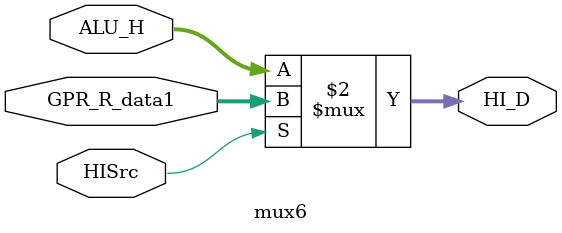
<source format=v>
`timescale 1ns / 1ps

module mux6(
  input HISrc,
  input [31:0] ALU_H,
  input [31:0] GPR_R_data1,
  output [31:0] HI_D
    );
  assign HI_D=(HISrc==0)?ALU_H:GPR_R_data1;
endmodule

</source>
